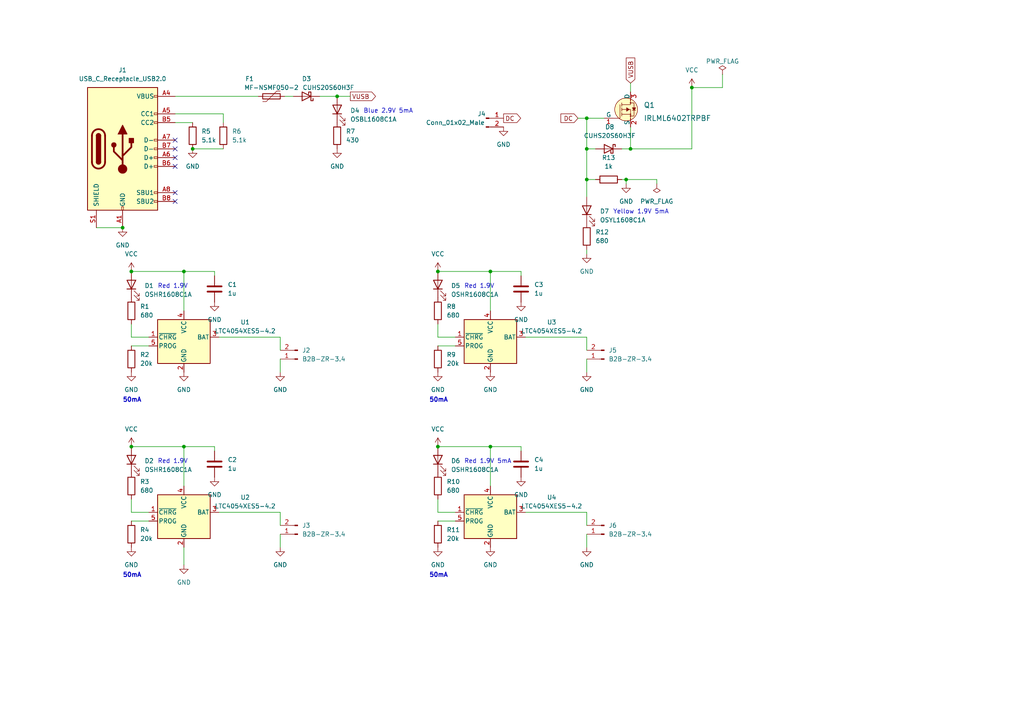
<source format=kicad_sch>
(kicad_sch (version 20211123) (generator eeschema)
  (paper "A4")
  (title_block (title "LiPoCharger") (date "2022-08-18") (rev "1.0.0"))
  (lib_symbols
    (symbol "Battery_Management:LTC4054XES5-4.2" (pin_names (offset 0.254))
      (property "Reference" "U" (at -5.842 6.604 0))
      (property "Value" "LTC4054XES5-4.2" (at 1.524 6.604 0))
      (symbol "LTC4054XES5-4.2_0_1"
        (rectangle (start -7.62 5.08) (end 7.62 -7.62) (stroke (width 0.254)) (fill (type background)))
      )
      (symbol "LTC4054XES5-4.2_1_1"
        (pin open_collector line (at -10.16 0 0) (length 2.54) (name "~{CHRG}") (number "1"))
        (pin power_in line (at 0 -10.16 90) (length 2.54) (name "GND") (number "2"))
        (pin power_out line (at 10.16 0 180) (length 2.54) (name "BAT") (number "3"))
        (pin power_in line (at 0 7.62 270) (length 2.54) (name "VCC") (number "4"))
        (pin bidirectional line (at -10.16 -2.54 0) (length 2.54) (name "PROG") (number "5"))
      )
    )
    (symbol "Connector:Conn_01x02_Male" (pin_names (offset 1.016) hide)
      (property "Reference" "J" (at 0 2.54 0))
      (property "Value" "Conn_01x02_Male" (at 0 -5.08 0))
      (symbol "Conn_01x02_Male_1_1"
        (polyline (pts (xy 1.27 -2.54) (xy 0.8636 -2.54)) (stroke (width 0.1524)))
        (polyline (pts (xy 1.27 0) (xy 0.8636 0)) (stroke (width 0.1524)))
        (rectangle (start 0.8636 -2.413) (end 0 -2.667) (stroke (width 0.1524)) (fill (type outline)))
        (rectangle (start 0.8636 0.127) (end 0 -0.127) (stroke (width 0.1524)) (fill (type outline)))
        (pin passive line (at 5.08 0 180) (length 3.81) (name "Pin_1") (number "1"))
        (pin passive line (at 5.08 -2.54 180) (length 3.81) (name "Pin_2") (number "2"))
      )
    )
    (symbol "Connector:USB_C_Receptacle_USB2.0" (pin_names (offset 1.016))
      (property "Reference" "J" (at -10.16 19.05 0))
      (property "Value" "USB_C_Receptacle_USB2.0" (at 19.05 19.05 0))
      (symbol "USB_C_Receptacle_USB2.0_0_0"
        (rectangle (start -0.254 -17.78) (end 0.254 -16.764))
        (rectangle (start 10.16 -14.986) (end 9.144 -15.494))
        (rectangle (start 10.16 -12.446) (end 9.144 -12.954))
        (rectangle (start 10.16 -4.826) (end 9.144 -5.334))
        (rectangle (start 10.16 -2.286) (end 9.144 -2.794))
        (rectangle (start 10.16 0.254) (end 9.144 -0.254))
        (rectangle (start 10.16 2.794) (end 9.144 2.286))
        (rectangle (start 10.16 7.874) (end 9.144 7.366))
        (rectangle (start 10.16 10.414) (end 9.144 9.906))
        (rectangle (start 10.16 15.494) (end 9.144 14.986))
      )
      (symbol "USB_C_Receptacle_USB2.0_0_1"
        (rectangle (start -10.16 17.78) (end 10.16 -17.78) (stroke (width 0.254)) (fill (type background)))
        (arc (start -8.89 -3.81) (mid -6.985 -5.715) (end -5.08 -3.81) (stroke (width 0.508)))
        (arc (start -7.62 -3.81) (mid -6.985 -4.445) (end -6.35 -3.81) (stroke (width 0.254)))
        (arc (start -7.62 -3.81) (mid -6.985 -4.445) (end -6.35 -3.81) (stroke (width 0.254)) (fill (type outline)))
        (rectangle (start -7.62 -3.81) (end -6.35 3.81) (stroke (width 0.254)) (fill (type outline)))
        (arc (start -6.35 3.81) (mid -6.985 4.445) (end -7.62 3.81) (stroke (width 0.254)))
        (arc (start -6.35 3.81) (mid -6.985 4.445) (end -7.62 3.81) (stroke (width 0.254)) (fill (type outline)))
        (arc (start -5.08 3.81) (mid -6.985 5.715) (end -8.89 3.81) (stroke (width 0.508)))
        (circle (center -2.54 1.143) (radius 0.635) (stroke (width 0.254)) (fill (type outline)))
        (circle (center 0 -5.842) (radius 1.27) (fill (type outline)))
        (polyline (pts (xy -8.89 -3.81) (xy -8.89 3.81)) (stroke (width 0.508)))
        (polyline (pts (xy -5.08 3.81) (xy -5.08 -3.81)) (stroke (width 0.508)))
        (polyline (pts (xy 0 -5.842) (xy 0 4.318)) (stroke (width 0.508)))
        (polyline (pts (xy 0 -3.302) (xy -2.54 -0.762) (xy -2.54 0.508)) (stroke (width 0.508)))
        (polyline (pts (xy 0 -2.032) (xy 2.54 0.508) (xy 2.54 1.778)) (stroke (width 0.508)))
        (polyline (pts (xy -1.27 4.318) (xy 0 6.858) (xy 1.27 4.318) (xy -1.27 4.318)) (stroke (width 0.254)) (fill (type outline)))
        (rectangle (start 1.905 1.778) (end 3.175 3.048) (stroke (width 0.254)) (fill (type outline)))
      )
      (symbol "USB_C_Receptacle_USB2.0_1_1"
        (pin passive line (at 0 -22.86 90) (length 5.08) (name "GND") (number "A1"))
        (pin passive line (at 0 -22.86 90) (length 5.08) hide (name "GND") (number "A12"))
        (pin passive line (at 15.24 15.24 180) (length 5.08) (name "VBUS") (number "A4"))
        (pin bidirectional line (at 15.24 10.16 180) (length 5.08) (name "CC1") (number "A5"))
        (pin bidirectional line (at 15.24 -2.54 180) (length 5.08) (name "D+") (number "A6"))
        (pin bidirectional line (at 15.24 2.54 180) (length 5.08) (name "D-") (number "A7"))
        (pin bidirectional line (at 15.24 -12.7 180) (length 5.08) (name "SBU1") (number "A8"))
        (pin passive line (at 15.24 15.24 180) (length 5.08) hide (name "VBUS") (number "A9"))
        (pin passive line (at 0 -22.86 90) (length 5.08) hide (name "GND") (number "B1"))
        (pin passive line (at 0 -22.86 90) (length 5.08) hide (name "GND") (number "B12"))
        (pin passive line (at 15.24 15.24 180) (length 5.08) hide (name "VBUS") (number "B4"))
        (pin bidirectional line (at 15.24 7.62 180) (length 5.08) (name "CC2") (number "B5"))
        (pin bidirectional line (at 15.24 -5.08 180) (length 5.08) (name "D+") (number "B6"))
        (pin bidirectional line (at 15.24 0 180) (length 5.08) (name "D-") (number "B7"))
        (pin bidirectional line (at 15.24 -15.24 180) (length 5.08) (name "SBU2") (number "B8"))
        (pin passive line (at 15.24 15.24 180) (length 5.08) hide (name "VBUS") (number "B9"))
        (pin passive line (at -7.62 -22.86 90) (length 5.08) (name "SHIELD") (number "S1"))
      )
    )
    (symbol "Device:C" (pin_numbers hide) (pin_names (offset 0.254))
      (property "Reference" "C" (at 0.635 2.54 0))
      (property "Value" "C" (at 0.635 -2.54 0))
      (symbol "C_0_1"
        (polyline (pts (xy -2.032 -0.762) (xy 2.032 -0.762)) (stroke (width 0.508)))
        (polyline (pts (xy -2.032 0.762) (xy 2.032 0.762)) (stroke (width 0.508)))
      )
      (symbol "C_1_1"
        (pin passive line (at 0 3.81 270) (length 2.794) (name "~") (number "1"))
        (pin passive line (at 0 -3.81 90) (length 2.794) (name "~") (number "2"))
      )
    )
    (symbol "Device:D_Schottky" (pin_numbers hide) (pin_names (offset 1.016) hide)
      (property "Reference" "D" (at 0 2.54 0))
      (property "Value" "D_Schottky" (at 0 -2.54 0))
      (symbol "D_Schottky_0_1"
        (polyline (pts (xy 1.27 0) (xy -1.27 0)))
        (polyline (pts (xy 1.27 1.27) (xy 1.27 -1.27) (xy -1.27 0) (xy 1.27 1.27)) (stroke (width 0.254)))
        (polyline (pts (xy -1.905 0.635) (xy -1.905 1.27) (xy -1.27 1.27) (xy -1.27 -1.27) (xy -0.635 -1.27) (xy -0.635 -0.635)) (stroke (width 0.254)))
      )
      (symbol "D_Schottky_1_1"
        (pin passive line (at -3.81 0 0) (length 2.54) (name "K") (number "1"))
        (pin passive line (at 3.81 0 180) (length 2.54) (name "A") (number "2"))
      )
    )
    (symbol "Device:LED" (pin_numbers hide) (pin_names (offset 1.016) hide)
      (property "Reference" "D" (at 0 2.54 0))
      (property "Value" "LED" (at 0 -2.54 0))
      (symbol "LED_0_1"
        (polyline (pts (xy -1.27 -1.27) (xy -1.27 1.27)) (stroke (width 0.254)))
        (polyline (pts (xy -1.27 0) (xy 1.27 0)))
        (polyline (pts (xy 1.27 -1.27) (xy 1.27 1.27) (xy -1.27 0) (xy 1.27 -1.27)) (stroke (width 0.254)))
        (polyline (pts (xy -3.048 -0.762) (xy -4.572 -2.286) (xy -3.81 -2.286) (xy -4.572 -2.286) (xy -4.572 -1.524)))
        (polyline (pts (xy -1.778 -0.762) (xy -3.302 -2.286) (xy -2.54 -2.286) (xy -3.302 -2.286) (xy -3.302 -1.524)))
      )
      (symbol "LED_1_1"
        (pin passive line (at -3.81 0 0) (length 2.54) (name "K") (number "1"))
        (pin passive line (at 3.81 0 180) (length 2.54) (name "A") (number "2"))
      )
    )
    (symbol "Device:Polyfuse" (pin_numbers hide) (pin_names (offset 0))
      (property "Reference" "F" (at -2.54 0 90))
      (property "Value" "Polyfuse" (at 2.54 0 90))
      (symbol "Polyfuse_0_1"
        (rectangle (start -0.762 2.54) (end 0.762 -2.54) (stroke (width 0.254)))
        (polyline (pts (xy 0 2.54) (xy 0 -2.54)))
        (polyline (pts (xy -1.524 2.54) (xy -1.524 1.524) (xy 1.524 -1.524) (xy 1.524 -2.54)))
      )
      (symbol "Polyfuse_1_1"
        (pin passive line (at 0 3.81 270) (length 1.27) (name "~") (number "1"))
        (pin passive line (at 0 -3.81 90) (length 1.27) (name "~") (number "2"))
      )
    )
    (symbol "Device:R" (pin_numbers hide) (pin_names (offset 0))
      (property "Reference" "R" (at 2.032 0 90))
      (property "Value" "R" (at 0 0 90))
      (symbol "R_0_1"
        (rectangle (start -1.016 -2.54) (end 1.016 2.54) (stroke (width 0.254)))
      )
      (symbol "R_1_1"
        (pin passive line (at 0 3.81 270) (length 1.27) (name "~") (number "1"))
        (pin passive line (at 0 -3.81 90) (length 1.27) (name "~") (number "2"))
      )
    )
    (symbol "dk_Transistors-FETs-MOSFETs-Single:IRLML6402TRPBF" (pin_names (offset 0))
      (property "Reference" "Q" (at -2.6924 3.6322 0))
      (property "Value" "IRLML6402TRPBF" (at 3.4544 0 90))
      (symbol "IRLML6402TRPBF_0_1"
        (circle (center -1.27 0) (radius 3.302) (fill (type background)))
        (circle (center 0 -1.905) (radius 0.127))
        (circle (center 0 -1.397) (radius 0.127))
        (polyline (pts (xy 0 -1.397) (xy -2.54 -1.397)))
        (polyline (pts (xy -5.08 -2.54) (xy -3.048 -2.54) (xy -3.048 1.397)))
        (polyline (pts (xy 0 -2.54) (xy 0 0) (xy -2.54 0)))
        (polyline (pts (xy 0 2.54) (xy 0 1.397) (xy -2.54 1.397)))
        (polyline (pts (xy -0.127 -1.905) (xy 1.016 -1.905) (xy 1.016 1.397) (xy 1.016 1.905) (xy -0.127 1.905)))
        (circle (center 0 1.905) (radius 0.127))
      )
      (symbol "IRLML6402TRPBF_1_1"
        (polyline (pts (xy -2.54 -1.397) (xy -2.54 -1.905)))
        (polyline (pts (xy -2.54 -1.397) (xy -2.54 -0.889)))
        (polyline (pts (xy -2.54 0) (xy -2.54 -0.508)))
        (polyline (pts (xy -2.54 0) (xy -2.54 0.508)))
        (polyline (pts (xy -2.54 1.905) (xy -2.54 0.889)))
        (polyline (pts (xy 1.524 -0.2032) (xy 0.508 -0.2032)))
        (polyline (pts (xy -0.381 0) (xy -1.143 0.508) (xy -1.143 -0.508) (xy -0.381 0)) (fill (type outline)))
        (polyline (pts (xy 1.016 -0.254) (xy 1.524 0.508) (xy 0.508 0.508) (xy 1.016 -0.254)) (fill (type outline)))
        (pin bidirectional line (at -7.62 -2.54 0) (length 2.54) (name "G") (number "1"))
        (pin bidirectional line (at 0 -5.08 90) (length 2.54) (name "S") (number "2"))
        (pin bidirectional line (at 0 5.08 270) (length 2.54) (name "D") (number "3"))
      )
    )
    (symbol "power:GND" (power) (pin_names (offset 0))
      (property "Value" "GND" (at 0 -3.81 0))
      (symbol "GND_0_1"
        (polyline (pts (xy 0 0) (xy 0 -1.27) (xy 1.27 -1.27) (xy 0 -2.54) (xy -1.27 -1.27) (xy 0 -1.27)))
      )
      (symbol "GND_1_1"
        (pin power_in line (at 0 0 270) (length 0) hide (name "GND") (number "1"))
      )
    )
    (symbol "power:PWR_FLAG" (power) (pin_numbers hide) (pin_names (offset 0) hide)
      (property "Value" "PWR_FLAG" (at 0 3.81 0))
      (symbol "PWR_FLAG_0_0"
        (pin power_out line (at 0 0 90) (length 0) (name "pwr") (number "1"))
      )
      (symbol "PWR_FLAG_0_1"
        (polyline (pts (xy 0 0) (xy 0 1.27) (xy -1.016 1.905) (xy 0 2.54) (xy 1.016 1.905) (xy 0 1.27)))
      )
    )
    (symbol "power:VCC" (power) (pin_names (offset 0))
      (property "Value" "VCC" (at 0 3.81 0))
      (symbol "VCC_0_1"
        (polyline (pts (xy -0.762 1.27) (xy 0 2.54)))
        (polyline (pts (xy 0 0) (xy 0 2.54)))
        (polyline (pts (xy 0 2.54) (xy 0.762 1.27)))
      )
      (symbol "VCC_1_1"
        (pin power_in line (at 0 0 90) (length 0) hide (name "VCC") (number "1"))
      )
    )
  )
  (junction (at 170.18 43.18))
  (junction (at 142.24 78.74))
  (junction (at 170.18 34.29))
  (junction (at 35.56 66.04))
  (junction (at 97.79 27.94))
  (junction (at 181.61 52.07))
  (junction (at 170.18 52.07))
  (junction (at 53.34 78.74))
  (junction (at 142.24 129.54))
  (junction (at 200.66 25.4))
  (junction (at 182.88 43.18))
  (junction (at 127 78.74))
  (junction (at 38.1 78.74))
  (junction (at 38.1 129.54))
  (junction (at 55.88 43.18))
  (junction (at 127 129.54))
  (junction (at 53.34 129.54))
  (no_connect (at 50.8 55.88))
  (no_connect (at 50.8 58.42))
  (no_connect (at 50.8 40.64))
  (no_connect (at 50.8 43.18))
  (no_connect (at 50.8 45.72))
  (no_connect (at 50.8 48.26))
  (wire (pts (xy 180.34 52.07) (xy 181.61 52.07)))
  (wire (pts (xy 53.34 129.54) (xy 62.23 129.54)))
  (wire (pts (xy 53.34 78.74) (xy 53.34 90.17)))
  (wire (pts (xy 152.4 97.79) (xy 170.18 97.79)))
  (wire (pts (xy 64.77 33.02) (xy 64.77 35.56)))
  (wire (pts (xy 82.55 27.94) (xy 85.09 27.94)))
  (wire (pts (xy 127 148.59) (xy 132.08 148.59)))
  (wire (pts (xy 170.18 34.29) (xy 175.26 34.29)))
  (wire (pts (xy 170.18 154.94) (xy 170.18 158.75)))
  (wire (pts (xy 38.1 97.79) (xy 43.18 97.79)))
  (wire (pts (xy 182.88 43.18) (xy 182.88 36.83)))
  (wire (pts (xy 62.23 129.54) (xy 62.23 130.81)))
  (wire (pts (xy 53.34 129.54) (xy 53.34 140.97)))
  (wire (pts (xy 170.18 101.6) (xy 170.18 97.79)))
  (wire (pts (xy 170.18 34.29) (xy 170.18 43.18)))
  (wire (pts (xy 127 93.98) (xy 127 97.79)))
  (wire (pts (xy 50.8 35.56) (xy 55.88 35.56)))
  (wire (pts (xy 170.18 104.14) (xy 170.18 107.95)))
  (wire (pts (xy 81.28 101.6) (xy 81.28 97.79)))
  (wire (pts (xy 180.34 43.18) (xy 182.88 43.18)))
  (wire (pts (xy 38.1 151.13) (xy 43.18 151.13)))
  (wire (pts (xy 38.1 100.33) (xy 43.18 100.33)))
  (wire (pts (xy 200.66 25.4) (xy 200.66 43.18)))
  (wire (pts (xy 142.24 78.74) (xy 127 78.74)))
  (wire (pts (xy 209.55 25.4) (xy 209.55 21.59)))
  (wire (pts (xy 63.5 97.79) (xy 81.28 97.79)))
  (wire (pts (xy 127 100.33) (xy 132.08 100.33)))
  (wire (pts (xy 97.79 27.94) (xy 92.71 27.94)))
  (wire (pts (xy 74.93 27.94) (xy 50.8 27.94)))
  (wire (pts (xy 142.24 78.74) (xy 151.13 78.74)))
  (wire (pts (xy 190.5 52.07) (xy 190.5 53.34)))
  (wire (pts (xy 53.34 78.74) (xy 38.1 78.74)))
  (wire (pts (xy 182.88 24.13) (xy 182.88 26.67)))
  (wire (pts (xy 142.24 129.54) (xy 127 129.54)))
  (wire (pts (xy 200.66 25.4) (xy 209.55 25.4)))
  (wire (pts (xy 38.1 93.98) (xy 38.1 97.79)))
  (wire (pts (xy 127 97.79) (xy 132.08 97.79)))
  (wire (pts (xy 81.28 154.94) (xy 81.28 158.75)))
  (wire (pts (xy 55.88 43.18) (xy 64.77 43.18)))
  (wire (pts (xy 151.13 78.74) (xy 151.13 80.01)))
  (wire (pts (xy 142.24 78.74) (xy 142.24 90.17)))
  (wire (pts (xy 62.23 78.74) (xy 62.23 80.01)))
  (wire (pts (xy 63.5 148.59) (xy 81.28 148.59)))
  (wire (pts (xy 181.61 52.07) (xy 190.5 52.07)))
  (wire (pts (xy 38.1 144.78) (xy 38.1 148.59)))
  (wire (pts (xy 101.6 27.94) (xy 97.79 27.94)))
  (wire (pts (xy 38.1 148.59) (xy 43.18 148.59)))
  (wire (pts (xy 53.34 78.74) (xy 62.23 78.74)))
  (wire (pts (xy 53.34 158.75) (xy 53.34 163.83)))
  (wire (pts (xy 170.18 152.4) (xy 170.18 148.59)))
  (wire (pts (xy 181.61 52.07) (xy 181.61 53.34)))
  (wire (pts (xy 170.18 43.18) (xy 172.72 43.18)))
  (wire (pts (xy 170.18 43.18) (xy 170.18 52.07)))
  (wire (pts (xy 182.88 43.18) (xy 200.66 43.18)))
  (wire (pts (xy 53.34 129.54) (xy 38.1 129.54)))
  (wire (pts (xy 81.28 104.14) (xy 81.28 107.95)))
  (wire (pts (xy 151.13 129.54) (xy 151.13 130.81)))
  (wire (pts (xy 127 144.78) (xy 127 148.59)))
  (wire (pts (xy 142.24 129.54) (xy 151.13 129.54)))
  (wire (pts (xy 170.18 72.39) (xy 170.18 73.66)))
  (wire (pts (xy 152.4 148.59) (xy 170.18 148.59)))
  (wire (pts (xy 142.24 129.54) (xy 142.24 140.97)))
  (wire (pts (xy 50.8 33.02) (xy 64.77 33.02)))
  (wire (pts (xy 81.28 152.4) (xy 81.28 148.59)))
  (wire (pts (xy 167.64 34.29) (xy 170.18 34.29)))
  (wire (pts (xy 170.18 57.15) (xy 170.18 52.07)))
  (wire (pts (xy 27.94 66.04) (xy 35.56 66.04)))
  (wire (pts (xy 170.18 52.07) (xy 172.72 52.07)))
  (wire (pts (xy 127 151.13) (xy 132.08 151.13)))
  (text "50mA" (at 124.46 116.84 0) (effects (font (size 1.27 1.27) bold) (justify left bottom)))
  (text "50mA" (at 35.56 116.84 0) (effects (font (size 1.27 1.27) bold) (justify left bottom)))
  (text "Red 1.9V" (at 45.72 134.62 0) (effects (font (size 1.27 1.27)) (justify left bottom)))
  (text "50mA" (at 124.46 167.64 0) (effects (font (size 1.27 1.27) bold) (justify left bottom)))
  (text "Yellow 1.9V 5mA" (at 177.8 62.23 0) (effects (font (size 1.27 1.27)) (justify left bottom)))
  (text "Red 1.9V" (at 45.72 83.82 0) (effects (font (size 1.27 1.27)) (justify left bottom)))
  (text "Red 1.9V" (at 134.62 83.82 0) (effects (font (size 1.27 1.27)) (justify left bottom)))
  (text "Red 1.9V 5mA" (at 134.62 134.62 0) (effects (font (size 1.27 1.27)) (justify left bottom)))
  (text "Blue 2.9V 5mA" (at 105.41 33.02 0) (effects (font (size 1.27 1.27)) (justify left bottom)))
  (text "50mA" (at 35.56 167.64 0) (effects (font (size 1.27 1.27) bold) (justify left bottom)))
  (global_label "DC" (shape output) (at 146.05 34.29 0) (property "シート間のリファレンス" "${INTERSHEET_REFS}" (effects hide)))
  (global_label "VUSB" (shape input) (at 182.88 24.13 90) (property "シート間のリファレンス" "${INTERSHEET_REFS}" (effects hide)))
  (global_label "VUSB" (shape output) (at 101.6 27.94 0) (property "シート間のリファレンス" "${INTERSHEET_REFS}" (effects hide)))
  (global_label "DC" (shape input) (at 167.64 34.29 180) (property "シート間のリファレンス" "${INTERSHEET_REFS}" (effects hide)))
  (symbol (lib_id "power:VCC") (at 38.1 129.54 0) (unit 1)
    (property "Reference" "#PWR04" (effects hide))
    (property "Value" "VCC" (at 38.1 124.46 0))
  )
  (symbol (lib_id "Device:C") (at 62.23 134.62 0) (unit 1)
    (property "Reference" "C2" (at 66.04 133.3499 0) (effects (justify left)))
    (property "Value" "1u" (at 66.04 135.8899 0) (effects (justify left)))
    (property "Footprint" "Capacitor_SMD:C_0603_1608Metric" (effects hide))
  )
  (symbol (lib_id "Device:R") (at 127 104.14 0) (unit 1)
    (property "Reference" "R9" (at 129.54 102.8699 0) (effects (justify left)))
    (property "Value" "20k" (at 129.54 105.4099 0) (effects (justify left)))
    (property "Footprint" "Resistor_SMD:R_0603_1608Metric" (effects hide))
  )
  (symbol (lib_id "Device:LED") (at 127 133.35 90) (unit 1)
    (property "Reference" "D6" (at 130.81 133.6674 90) (effects (justify right)))
    (property "Value" "OSHR1608C1A" (at 130.81 136.2074 90) (effects (justify right)))
    (property "Footprint" "Capacitor_SMD:C_0603_1608Metric" (effects hide))
  )
  (symbol (lib_id "Device:R") (at 38.1 154.94 0) (unit 1)
    (property "Reference" "R4" (at 40.64 153.6699 0) (effects (justify left)))
    (property "Value" "20k" (at 40.64 156.2099 0) (effects (justify left)))
    (property "Footprint" "Resistor_SMD:R_0603_1608Metric" (effects hide))
  )
  (symbol (lib_id "Device:D_Schottky") (at 88.9 27.94 180) (unit 1)
    (property "Reference" "D3" (at 88.9 22.86 0))
    (property "Value" "CUHS20S60H3F" (at 95.25 25.4 0))
    (property "Footprint" "Diode_SMD_User:US2H" (effects hide))
  )
  (symbol (lib_id "Connector:Conn_01x02_Male") (at 140.97 34.29 0) (unit 1)
    (property "Reference" "J4" (at 139.7 33.02 0))
    (property "Value" "Conn_01x02_Male" (at 132.08 35.56 0))
    (property "Footprint" "Connector_PinHeader_2.54mm:PinHeader_1x02_P2.54mm_Vertical" (effects hide))
  )
  (symbol (lib_id "Device:C") (at 62.23 83.82 0) (unit 1)
    (property "Reference" "C1" (at 66.04 82.5499 0) (effects (justify left)))
    (property "Value" "1u" (at 66.04 85.0899 0) (effects (justify left)))
    (property "Footprint" "Capacitor_SMD:C_0603_1608Metric" (effects hide))
  )
  (symbol (lib_id "power:VCC") (at 200.66 25.4 0) (unit 1)
    (property "Reference" "#PWR027" (effects hide))
    (property "Value" "VCC" (at 200.66 20.32 0))
  )
  (symbol (lib_id "Connector:Conn_01x02_Male") (at 86.36 104.14 180) (unit 1)
    (property "Reference" "J2" (at 87.63 101.5999 0) (effects (justify right)))
    (property "Value" "B2B-ZR-3.4" (at 87.63 104.1399 0) (effects (justify right)))
    (property "Footprint" "Connector_JST_User:JST_ZH-1x2" (effects hide))
  )
  (symbol (lib_id "Device:C") (at 151.13 134.62 0) (unit 1)
    (property "Reference" "C4" (at 154.94 133.3499 0) (effects (justify left)))
    (property "Value" "1u" (at 154.94 135.8899 0) (effects (justify left)))
    (property "Footprint" "Capacitor_SMD:C_0603_1608Metric" (effects hide))
  )
  (symbol (lib_id "dk_Transistors-FETs-MOSFETs-Single:IRLML6402TRPBF") (at 182.88 31.75 0) (unit 1)
    (property "Reference" "Q1" (at 186.69 30.48 0) (effects (font (size 1.524 1.524)) (justify left)))
    (property "Value" "IRLML6402TRPBF" (at 186.69 34.29 0) (effects (font (size 1.524 1.524)) (justify left)))
    (property "Footprint" "digikey-footprints:SOT-23-3" (effects hide))
    (property "Datasheet" "https://www.infineon.com/dgdl/irlml6402pbf.pdf?fileId=5546d462533600a401535668d5c2263c" (effects hide))
    (property "Digi-Key_PN" "IRLML6402PBFCT-ND" (effects hide))
    (property "MPN" "IRLML6402TRPBF" (effects hide))
    (property "Category" "Discrete Semiconductor Products" (effects hide))
    (property "Family" "Transistors - FETs, MOSFETs - Single" (effects hide))
    (property "DK_Datasheet_Link" "https://www.infineon.com/dgdl/irlml6402pbf.pdf?fileId=5546d462533600a401535668d5c2263c" (effects hide))
    (property "DK_Detail_Page" "/product-detail/en/infineon-technologies/IRLML6402TRPBF/IRLML6402PBFCT-ND/812500" (effects hide))
    (property "Description" "MOSFET P-CH 20V 3.7A SOT-23" (effects hide))
    (property "Manufacturer" "Infineon Technologies" (effects hide))
    (property "Status" "Active" (effects hide))
  )
  (symbol (lib_id "power:GND") (at 146.05 36.83 0) (unit 1)
    (property "Reference" "#PWR020" (effects hide))
    (property "Value" "GND" (at 146.05 41.91 0))
  )
  (symbol (lib_id "power:PWR_FLAG") (at 190.5 53.34 180) (unit 1)
    (property "Reference" "#FLG01" (effects hide))
    (property "Value" "PWR_FLAG" (at 190.5 58.42 0))
  )
  (symbol (lib_id "Battery_Management:LTC4054XES5-4.2") (at 142.24 97.79 0) (unit 1)
    (property "Reference" "U3" (at 160.02 93.4593 0))
    (property "Value" "LTC4054XES5-4.2" (at 160.02 95.9993 0))
    (property "Footprint" "Package_TO_SOT_SMD:TSOT-23-5" (effects hide))
    (property "Datasheet" "https://www.analog.com/media/en/technical-documentation/data-sheets/405442xf.pdf" (effects hide))
  )
  (symbol (lib_id "Device:Polyfuse") (at 78.74 27.94 90) (unit 1)
    (property "Reference" "F1" (at 72.39 22.86 90))
    (property "Value" "MF-NSMF050-2" (at 78.74 25.4 90))
    (property "Footprint" "Fuse:Fuse_1206_3216Metric" (effects hide))
  )
  (symbol (lib_id "Device:R") (at 55.88 39.37 180) (unit 1)
    (property "Reference" "R5" (at 58.42 38.0999 0) (effects (justify right)))
    (property "Value" "5.1k" (at 58.42 40.6399 0) (effects (justify right)))
    (property "Footprint" "Resistor_SMD:R_0603_1608Metric" (effects hide))
  )
  (symbol (lib_id "Connector:USB_C_Receptacle_USB2.0") (at 35.56 43.18 0) (unit 1)
    (property "Reference" "J1" (at 35.56 20.32 0))
    (property "Value" "USB_C_Receptacle_USB2.0" (at 35.56 22.86 0))
    (property "Footprint" "Connector_USB:USB_C_Receptacle_HRO_TYPE-C-31-M-12" (effects hide))
    (property "Datasheet" "https://www.usb.org/sites/default/files/documents/usb_type-c.zip" (effects hide))
  )
  (symbol (lib_id "Device:LED") (at 97.79 31.75 90) (unit 1)
    (property "Reference" "D4" (at 101.6 32.0674 90) (effects (justify right)))
    (property "Value" "OSBL1608C1A" (at 101.6 34.6074 90) (effects (justify right)))
    (property "Footprint" "Capacitor_SMD:C_0603_1608Metric" (effects hide))
  )
  (symbol (lib_id "power:GND") (at 142.24 158.75 0) (unit 1)
    (property "Reference" "#PWR019" (effects hide))
    (property "Value" "GND" (at 142.24 163.83 0))
  )
  (symbol (lib_id "power:GND") (at 81.28 158.75 0) (unit 1)
    (property "Reference" "#PWR012" (effects hide))
    (property "Value" "GND" (at 81.28 163.83 0))
  )
  (symbol (lib_id "power:VCC") (at 127 78.74 0) (unit 1)
    (property "Reference" "#PWR014" (effects hide))
    (property "Value" "VCC" (at 127 73.66 0))
  )
  (symbol (lib_id "Battery_Management:LTC4054XES5-4.2") (at 142.24 148.59 0) (unit 1)
    (property "Reference" "U4" (at 160.02 144.2593 0))
    (property "Value" "LTC4054XES5-4.2" (at 160.02 146.7993 0))
    (property "Footprint" "Package_TO_SOT_SMD:TSOT-23-5" (effects hide))
    (property "Datasheet" "https://www.analog.com/media/en/technical-documentation/data-sheets/405442xf.pdf" (effects hide))
  )
  (symbol (lib_id "Connector:Conn_01x02_Male") (at 86.36 154.94 180) (unit 1)
    (property "Reference" "J3" (at 87.63 152.3999 0) (effects (justify right)))
    (property "Value" "B2B-ZR-3.4" (at 87.63 154.9399 0) (effects (justify right)))
    (property "Footprint" "Connector_JST_User:JST_ZH-1x2" (effects hide))
  )
  (symbol (lib_id "power:GND") (at 53.34 163.83 0) (unit 1)
    (property "Reference" "#PWR07" (effects hide))
    (property "Value" "GND" (at 53.34 168.91 0))
  )
  (symbol (lib_id "Device:D_Schottky") (at 176.53 43.18 0) (mirror y) (unit 1)
    (property "Reference" "D8" (at 176.8475 36.83 0))
    (property "Value" "CUHS20S60H3F" (at 176.8475 39.37 0))
    (property "Footprint" "Diode_SMD_User:US2H" (effects hide))
  )
  (symbol (lib_id "power:GND") (at 97.79 43.18 0) (unit 1)
    (property "Reference" "#PWR013" (effects hide))
    (property "Value" "GND" (at 97.79 48.26 0))
  )
  (symbol (lib_id "power:GND") (at 53.34 107.95 0) (unit 1)
    (property "Reference" "#PWR06" (effects hide))
    (property "Value" "GND" (at 53.34 113.03 0))
  )
  (symbol (lib_id "Device:R") (at 64.77 39.37 180) (unit 1)
    (property "Reference" "R6" (at 67.31 38.0999 0) (effects (justify right)))
    (property "Value" "5.1k" (at 67.31 40.6399 0) (effects (justify right)))
    (property "Footprint" "Resistor_SMD:R_0603_1608Metric" (effects hide))
  )
  (symbol (lib_id "Connector:Conn_01x02_Male") (at 175.26 154.94 180) (unit 1)
    (property "Reference" "J6" (at 176.53 152.3999 0) (effects (justify right)))
    (property "Value" "B2B-ZR-3.4" (at 176.53 154.9399 0) (effects (justify right)))
    (property "Footprint" "Connector_JST_User:JST_ZH-1x2" (effects hide))
  )
  (symbol (lib_id "Device:R") (at 38.1 104.14 0) (unit 1)
    (property "Reference" "R2" (at 40.64 102.8699 0) (effects (justify left)))
    (property "Value" "20k" (at 40.64 105.4099 0) (effects (justify left)))
    (property "Footprint" "Resistor_SMD:R_0603_1608Metric" (effects hide))
  )
  (symbol (lib_id "power:GND") (at 62.23 87.63 0) (unit 1)
    (property "Reference" "#PWR09" (effects hide))
    (property "Value" "GND" (at 62.23 92.71 0))
  )
  (symbol (lib_id "Device:LED") (at 38.1 133.35 90) (unit 1)
    (property "Reference" "D2" (at 41.91 133.6674 90) (effects (justify right)))
    (property "Value" "OSHR1608C1A" (at 41.91 136.2074 90) (effects (justify right)))
    (property "Footprint" "Capacitor_SMD:C_0603_1608Metric" (effects hide))
  )
  (symbol (lib_id "power:GND") (at 35.56 66.04 0) (unit 1)
    (property "Reference" "#PWR01" (effects hide))
    (property "Value" "GND" (at 35.56 71.12 0))
  )
  (symbol (lib_id "power:GND") (at 151.13 87.63 0) (unit 1)
    (property "Reference" "#PWR021" (effects hide))
    (property "Value" "GND" (at 151.13 92.71 0))
  )
  (symbol (lib_id "Device:R") (at 38.1 140.97 0) (unit 1)
    (property "Reference" "R3" (at 40.64 139.6999 0) (effects (justify left)))
    (property "Value" "680" (at 40.64 142.2399 0) (effects (justify left)))
    (property "Footprint" "Resistor_SMD:R_0603_1608Metric" (effects hide))
  )
  (symbol (lib_id "power:GND") (at 55.88 43.18 0) (unit 1)
    (property "Reference" "#PWR08" (effects hide))
    (property "Value" "GND" (at 55.88 48.26 0))
  )
  (symbol (lib_id "Device:R") (at 127 90.17 0) (unit 1)
    (property "Reference" "R8" (at 129.54 88.8999 0) (effects (justify left)))
    (property "Value" "680" (at 129.54 91.4399 0) (effects (justify left)))
    (property "Footprint" "Resistor_SMD:R_0603_1608Metric" (effects hide))
  )
  (symbol (lib_id "power:GND") (at 127 158.75 0) (unit 1)
    (property "Reference" "#PWR017" (effects hide))
    (property "Value" "GND" (at 127 163.83 0))
  )
  (symbol (lib_id "power:GND") (at 170.18 107.95 0) (unit 1)
    (property "Reference" "#PWR024" (effects hide))
    (property "Value" "GND" (at 170.18 113.03 0))
  )
  (symbol (lib_id "Device:LED") (at 170.18 60.96 90) (unit 1)
    (property "Reference" "D7" (at 173.99 61.2774 90) (effects (justify right)))
    (property "Value" "OSYL1608C1A" (at 173.99 63.8174 90) (effects (justify right)))
    (property "Footprint" "Capacitor_SMD:C_0603_1608Metric" (effects hide))
  )
  (symbol (lib_id "power:GND") (at 142.24 107.95 0) (unit 1)
    (property "Reference" "#PWR018" (effects hide))
    (property "Value" "GND" (at 142.24 113.03 0))
  )
  (symbol (lib_id "Device:R") (at 127 154.94 0) (unit 1)
    (property "Reference" "R11" (at 129.54 153.6699 0) (effects (justify left)))
    (property "Value" "20k" (at 129.54 156.2099 0) (effects (justify left)))
    (property "Footprint" "Resistor_SMD:R_0603_1608Metric" (effects hide))
  )
  (symbol (lib_id "Device:R") (at 97.79 39.37 0) (unit 1)
    (property "Reference" "R7" (at 100.33 38.0999 0) (effects (justify left)))
    (property "Value" "430" (at 100.33 40.6399 0) (effects (justify left)))
    (property "Footprint" "Resistor_SMD:R_0603_1608Metric" (effects hide))
  )
  (symbol (lib_id "Battery_Management:LTC4054XES5-4.2") (at 53.34 148.59 0) (unit 1)
    (property "Reference" "U2" (at 71.12 144.2593 0))
    (property "Value" "LTC4054XES5-4.2" (at 71.12 146.7993 0))
    (property "Footprint" "Package_TO_SOT_SMD:TSOT-23-5" (effects hide))
    (property "Datasheet" "https://www.analog.com/media/en/technical-documentation/data-sheets/405442xf.pdf" (effects hide))
  )
  (symbol (lib_id "Device:R") (at 170.18 68.58 0) (unit 1)
    (property "Reference" "R12" (at 172.72 67.3099 0) (effects (justify left)))
    (property "Value" "680" (at 172.72 69.8499 0) (effects (justify left)))
    (property "Footprint" "Resistor_SMD:R_0603_1608Metric" (effects hide))
  )
  (symbol (lib_id "power:GND") (at 170.18 73.66 0) (unit 1)
    (property "Reference" "#PWR023" (effects hide))
    (property "Value" "GND" (at 170.18 78.74 0))
  )
  (symbol (lib_id "power:VCC") (at 127 129.54 0) (unit 1)
    (property "Reference" "#PWR016" (effects hide))
    (property "Value" "VCC" (at 127 124.46 0))
  )
  (symbol (lib_id "Device:LED") (at 38.1 82.55 90) (unit 1)
    (property "Reference" "D1" (at 41.91 82.8674 90) (effects (justify right)))
    (property "Value" "OSHR1608C1A" (at 41.91 85.4074 90) (effects (justify right)))
    (property "Footprint" "Capacitor_SMD:C_0603_1608Metric" (effects hide))
  )
  (symbol (lib_id "power:GND") (at 127 107.95 0) (unit 1)
    (property "Reference" "#PWR015" (effects hide))
    (property "Value" "GND" (at 127 113.03 0))
  )
  (symbol (lib_id "Connector:Conn_01x02_Male") (at 175.26 104.14 180) (unit 1)
    (property "Reference" "J5" (at 176.53 101.5999 0) (effects (justify right)))
    (property "Value" "B2B-ZR-3.4" (at 176.53 104.1399 0) (effects (justify right)))
    (property "Footprint" "Connector_JST_User:JST_ZH-1x2" (effects hide))
  )
  (symbol (lib_id "Battery_Management:LTC4054XES5-4.2") (at 53.34 97.79 0) (unit 1)
    (property "Reference" "U1" (at 71.12 93.4593 0))
    (property "Value" "LTC4054XES5-4.2" (at 71.12 95.9993 0))
    (property "Footprint" "Package_TO_SOT_SMD:TSOT-23-5" (effects hide))
    (property "Datasheet" "https://www.analog.com/media/en/technical-documentation/data-sheets/405442xf.pdf" (effects hide))
  )
  (symbol (lib_id "Device:LED") (at 127 82.55 90) (unit 1)
    (property "Reference" "D5" (at 130.81 82.8674 90) (effects (justify right)))
    (property "Value" "OSHR1608C1A" (at 130.81 85.4074 90) (effects (justify right)))
    (property "Footprint" "Capacitor_SMD:C_0603_1608Metric" (effects hide))
  )
  (symbol (lib_id "power:VCC") (at 38.1 78.74 0) (unit 1)
    (property "Reference" "#PWR02" (effects hide))
    (property "Value" "VCC" (at 38.1 73.66 0))
  )
  (symbol (lib_id "Device:R") (at 127 140.97 0) (unit 1)
    (property "Reference" "R10" (at 129.54 139.6999 0) (effects (justify left)))
    (property "Value" "680" (at 129.54 142.2399 0) (effects (justify left)))
    (property "Footprint" "Resistor_SMD:R_0603_1608Metric" (effects hide))
  )
  (symbol (lib_id "Device:R") (at 38.1 90.17 0) (unit 1)
    (property "Reference" "R1" (at 40.64 88.8999 0) (effects (justify left)))
    (property "Value" "680" (at 40.64 91.4399 0) (effects (justify left)))
    (property "Footprint" "Resistor_SMD:R_0603_1608Metric" (effects hide))
  )
  (symbol (lib_id "power:GND") (at 170.18 158.75 0) (unit 1)
    (property "Reference" "#PWR025" (effects hide))
    (property "Value" "GND" (at 170.18 163.83 0))
  )
  (symbol (lib_id "Device:C") (at 151.13 83.82 0) (unit 1)
    (property "Reference" "C3" (at 154.94 82.5499 0) (effects (justify left)))
    (property "Value" "1u" (at 154.94 85.0899 0) (effects (justify left)))
    (property "Footprint" "Capacitor_SMD:C_0603_1608Metric" (effects hide))
  )
  (symbol (lib_id "power:GND") (at 38.1 158.75 0) (unit 1)
    (property "Reference" "#PWR05" (effects hide))
    (property "Value" "GND" (at 38.1 163.83 0))
  )
  (symbol (lib_id "power:GND") (at 151.13 138.43 0) (unit 1)
    (property "Reference" "#PWR022" (effects hide))
    (property "Value" "GND" (at 151.13 143.51 0))
  )
  (symbol (lib_id "power:GND") (at 181.61 53.34 0) (unit 1)
    (property "Reference" "#PWR026" (effects hide))
    (property "Value" "GND" (at 181.61 58.42 0))
  )
  (symbol (lib_id "Device:R") (at 176.53 52.07 90) (unit 1)
    (property "Reference" "R13" (at 176.53 45.72 90))
    (property "Value" "1k" (at 176.53 48.26 90))
    (property "Footprint" "Resistor_SMD:R_0603_1608Metric" (effects hide))
  )
  (symbol (lib_id "power:PWR_FLAG") (at 209.55 21.59 0) (unit 1)
    (property "Reference" "#FLG02" (effects hide))
    (property "Value" "PWR_FLAG" (at 209.55 17.78 0))
  )
  (symbol (lib_id "power:GND") (at 38.1 107.95 0) (unit 1)
    (property "Reference" "#PWR03" (effects hide))
    (property "Value" "GND" (at 38.1 113.03 0))
  )
  (symbol (lib_id "power:GND") (at 62.23 138.43 0) (unit 1)
    (property "Reference" "#PWR010" (effects hide))
    (property "Value" "GND" (at 62.23 143.51 0))
  )
  (symbol (lib_id "power:GND") (at 81.28 107.95 0) (unit 1)
    (property "Reference" "#PWR011" (effects hide))
    (property "Value" "GND" (at 81.28 113.03 0))
  )
)
</source>
